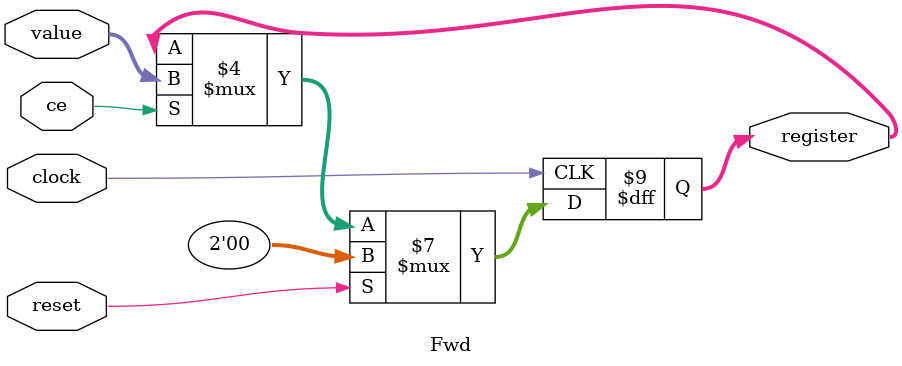
<source format=v>
module Fwd(input clock,reset,ce,//changeEnable
			input [1:0] value,
			output reg [1:0] register);
	always @(posedge clock) begin 
		if(reset == 1'b 1)begin
		register <= 2'b00;
		end else begin
			if(ce == 1'b1)begin
				register <= value;
			end
		end
	end
endmodule
</source>
